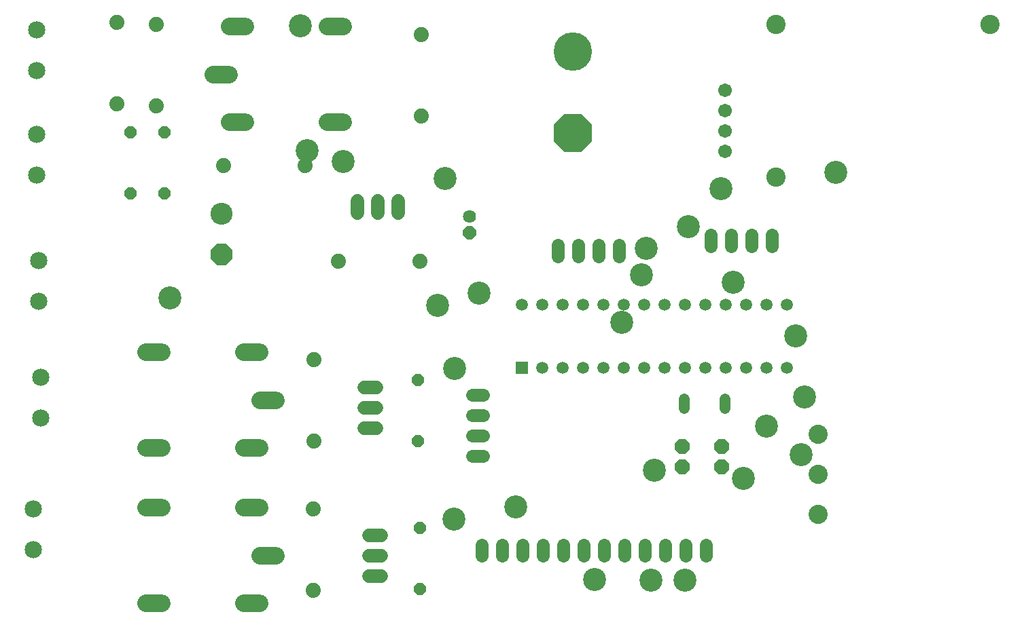
<source format=gbr>
G04 EAGLE Gerber RS-274X export*
G75*
%MOMM*%
%FSLAX34Y34*%
%LPD*%
%INSoldermask Bottom*%
%IPPOS*%
%AMOC8*
5,1,8,0,0,1.08239X$1,22.5*%
G01*
%ADD10C,1.879600*%
%ADD11C,2.153200*%
%ADD12C,2.184400*%
%ADD13C,4.800600*%
%ADD14P,5.196121X8X292.500000*%
%ADD15C,1.727200*%
%ADD16P,1.759533X8X292.500000*%
%ADD17C,1.625600*%
%ADD18C,2.743200*%
%ADD19P,2.969212X8X292.500000*%
%ADD20R,1.501200X1.501200*%
%ADD21C,1.501200*%
%ADD22C,1.320800*%
%ADD23P,2.034460X8X292.500000*%
%ADD24C,2.403200*%
%ADD25C,1.711200*%
%ADD26C,1.625600*%
%ADD27P,1.649562X8X292.500000*%
%ADD28P,1.649562X8X112.500000*%
%ADD29C,2.387600*%
%ADD30C,2.870200*%


D10*
X226314Y813054D03*
X226314Y711454D03*
X359410Y634238D03*
X461010Y634238D03*
X275336Y810260D03*
X275336Y708660D03*
D11*
X127000Y803910D03*
X127000Y753110D03*
X127000Y673100D03*
X127000Y622300D03*
D12*
X346456Y748030D02*
X366268Y748030D01*
X366776Y688340D02*
X386588Y688340D01*
X386588Y807720D02*
X366776Y807720D01*
X488696Y807720D02*
X508508Y807720D01*
X508508Y688340D02*
X488696Y688340D01*
D13*
X795020Y776732D03*
D14*
X795020Y675132D03*
D10*
X605790Y797306D03*
X605790Y695706D03*
D15*
X526288Y590550D02*
X526288Y575310D01*
X551688Y575310D02*
X551688Y590550D01*
X577088Y590550D02*
X577088Y575310D01*
D16*
X666242Y550164D03*
D17*
X666242Y570484D03*
D18*
X356616Y573786D03*
D19*
X356616Y522986D03*
D20*
X731012Y381886D03*
D21*
X756412Y381886D03*
X781812Y381886D03*
X807212Y381886D03*
X832612Y381886D03*
X858012Y381886D03*
X883412Y381886D03*
X908812Y381886D03*
X934212Y381886D03*
X959612Y381886D03*
X985012Y381886D03*
X1010412Y381886D03*
X1035812Y381886D03*
X1061212Y381886D03*
X1061212Y460886D03*
X1035812Y460886D03*
X1010412Y460886D03*
X985012Y460886D03*
X959612Y460886D03*
X934212Y460886D03*
X908812Y460886D03*
X883412Y460886D03*
X858012Y460886D03*
X832612Y460886D03*
X807212Y460886D03*
X781812Y460886D03*
X756412Y460886D03*
X731012Y460886D03*
D10*
X502666Y515112D03*
X604266Y515112D03*
D22*
X984250Y342646D02*
X984250Y331470D01*
X933450Y331470D02*
X933450Y342646D01*
D23*
X979932Y283718D03*
X979932Y258318D03*
X930656Y283718D03*
X930656Y258318D03*
D24*
X1048004Y620268D03*
X1048004Y810768D03*
D25*
X984504Y728218D03*
X984504Y702818D03*
X984504Y677418D03*
X984504Y652018D03*
D24*
X1314704Y810768D03*
D26*
X960374Y161290D02*
X960374Y147066D01*
X934974Y147066D02*
X934974Y161290D01*
X909574Y161290D02*
X909574Y147066D01*
X884174Y147066D02*
X884174Y161290D01*
X858774Y161290D02*
X858774Y147066D01*
X807974Y147066D02*
X807974Y161290D01*
X833374Y161290D02*
X833374Y147066D01*
X680974Y147066D02*
X680974Y161290D01*
X782574Y161290D02*
X782574Y147066D01*
X757174Y147066D02*
X757174Y161290D01*
X731774Y161290D02*
X731774Y147066D01*
X706374Y147066D02*
X706374Y161290D01*
D11*
X129540Y464820D03*
X129540Y515620D03*
X131826Y369824D03*
X131826Y319024D03*
D12*
X405130Y341376D02*
X424942Y341376D01*
X404622Y401066D02*
X384810Y401066D01*
X384810Y281686D02*
X404622Y281686D01*
X282702Y281686D02*
X262890Y281686D01*
X262890Y401066D02*
X282702Y401066D01*
D27*
X601980Y367030D03*
X601980Y290830D03*
D10*
X472186Y290830D03*
X472186Y392430D03*
D15*
X535178Y306324D02*
X550418Y306324D01*
X550418Y331724D02*
X535178Y331724D01*
X535178Y357124D02*
X550418Y357124D01*
D28*
X285496Y599694D03*
X285496Y675894D03*
D27*
X243586Y675386D03*
X243586Y599186D03*
D11*
X122174Y154940D03*
X122174Y205740D03*
D12*
X405130Y147828D02*
X424942Y147828D01*
X404622Y207518D02*
X384810Y207518D01*
X384810Y88138D02*
X404622Y88138D01*
X282702Y88138D02*
X262890Y88138D01*
X262890Y207518D02*
X282702Y207518D01*
D10*
X471424Y104394D03*
X471424Y205994D03*
D15*
X540512Y122428D02*
X555752Y122428D01*
X555752Y147828D02*
X540512Y147828D01*
X540512Y173228D02*
X555752Y173228D01*
D27*
X604266Y182372D03*
X604266Y106172D03*
D26*
X669036Y272288D02*
X683260Y272288D01*
X683260Y297688D02*
X669036Y297688D01*
X669036Y323088D02*
X683260Y323088D01*
X683260Y348488D02*
X669036Y348488D01*
X966978Y533908D02*
X966978Y548132D01*
X992378Y548132D02*
X992378Y533908D01*
X1017778Y533908D02*
X1017778Y548132D01*
X1043178Y548132D02*
X1043178Y533908D01*
X852678Y535432D02*
X852678Y521208D01*
X827278Y521208D02*
X827278Y535432D01*
X801878Y535432D02*
X801878Y521208D01*
X776478Y521208D02*
X776478Y535432D01*
D29*
X1100074Y299174D03*
X1100074Y249174D03*
X1100074Y199174D03*
D30*
X626110Y460248D03*
X508762Y639318D03*
X463296Y652780D03*
X455422Y808482D03*
X896366Y253746D03*
X934466Y117094D03*
X723646Y208534D03*
X635254Y617982D03*
X886206Y531114D03*
X979678Y605536D03*
X677926Y475488D03*
X938784Y558038D03*
X1122172Y626110D03*
X880110Y497840D03*
X1007618Y243586D03*
X1078992Y273812D03*
X891794Y117094D03*
X1072134Y421894D03*
X821944Y117602D03*
X994156Y488950D03*
X855472Y438404D03*
X292354Y468884D03*
X1083310Y345948D03*
X647192Y381000D03*
X1035812Y309118D03*
X646430Y193294D03*
M02*

</source>
